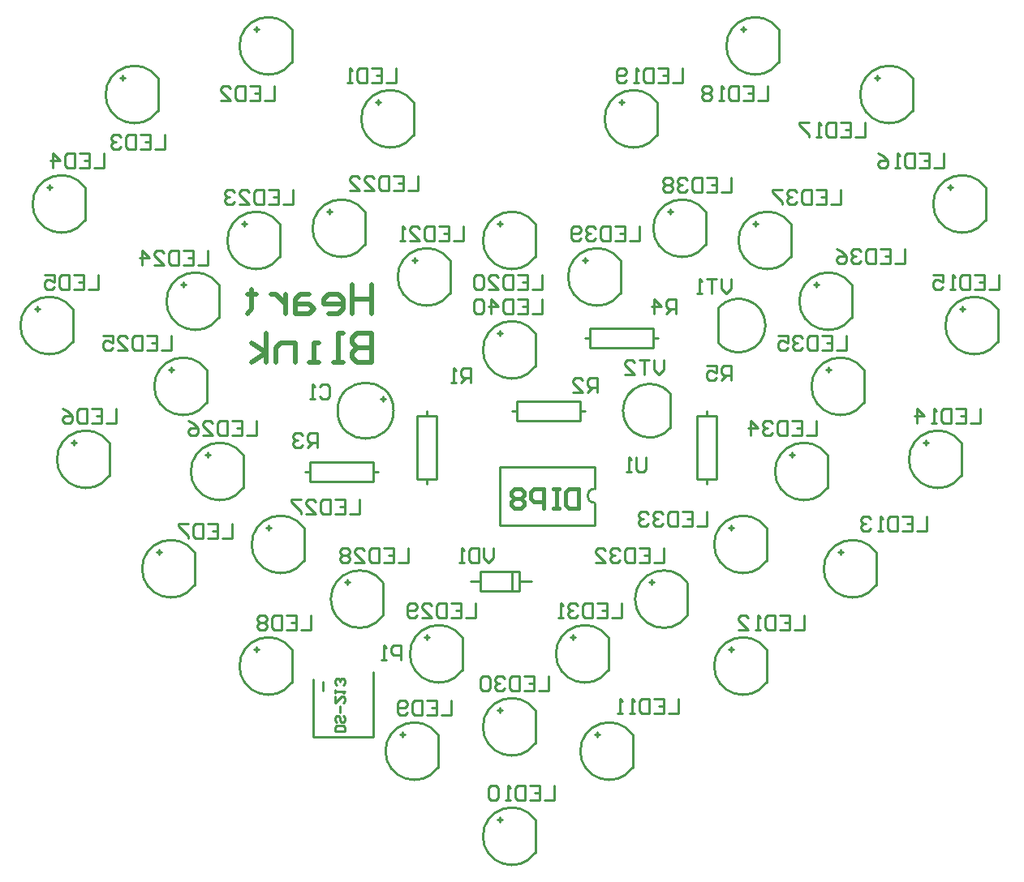
<source format=gbo>
G04*
G04 #@! TF.GenerationSoftware,Altium Limited,Altium Designer,18.1.9 (240)*
G04*
G04 Layer_Color=45748*
%FSLAX24Y24*%
%MOIN*%
G70*
G01*
G75*
%ADD20C,0.0197*%
%ADD29C,0.0100*%
%ADD30C,0.0157*%
D20*
X31250Y32681D02*
Y31500D01*
X30660D01*
X30463Y31697D01*
Y31894D01*
X30660Y32090D01*
X31250D01*
X30660D01*
X30463Y32287D01*
Y32484D01*
X30660Y32681D01*
X31250D01*
X30069Y31500D02*
X29676D01*
X29872D01*
Y32681D01*
X30069D01*
X29085Y31500D02*
X28692D01*
X28889D01*
Y32287D01*
X29085D01*
X28101Y31500D02*
Y32287D01*
X27511D01*
X27314Y32090D01*
Y31500D01*
X26921D02*
Y32681D01*
Y31894D02*
X26330Y32287D01*
X26921Y31894D02*
X26330Y31500D01*
X31250Y34681D02*
Y33500D01*
Y34090D01*
X30463D01*
Y34681D01*
Y33500D01*
X29479D02*
X29872D01*
X30069Y33697D01*
Y34090D01*
X29872Y34287D01*
X29479D01*
X29282Y34090D01*
Y33894D01*
X30069D01*
X28692Y34287D02*
X28298D01*
X28101Y34090D01*
Y33500D01*
X28692D01*
X28889Y33697D01*
X28692Y33894D01*
X28101D01*
X27708Y34287D02*
Y33500D01*
Y33894D01*
X27511Y34090D01*
X27314Y34287D01*
X27117D01*
X26330Y34484D02*
Y34287D01*
X26527D01*
X26134D01*
X26330D01*
Y33697D01*
X26134Y33500D01*
D29*
X27968Y19677D02*
G03*
X27968Y18323I-967J-677D01*
G01*
X41968Y16177D02*
G03*
X41968Y14823I-967J-677D01*
G01*
X23967Y23677D02*
G03*
X23967Y22323I-967J-677D01*
G01*
X55468Y28177D02*
G03*
X55468Y26823I-967J-677D01*
G01*
X37968Y12677D02*
G03*
X37968Y11323I-967J-677D01*
G01*
X20468Y28177D02*
G03*
X20468Y26823I-967J-677D01*
G01*
X51968Y23677D02*
G03*
X51968Y22323I-967J-677D01*
G01*
X33967Y16177D02*
G03*
X33967Y14823I-967J-677D01*
G01*
X18967Y33677D02*
G03*
X18967Y32323I-967J-677D01*
G01*
X50967Y34677D02*
G03*
X50967Y33323I-967J-677D01*
G01*
X31718Y22427D02*
G03*
X31718Y21073I-967J-677D01*
G01*
X41467Y35677D02*
G03*
X41467Y34323I-967J-677D01*
G01*
X40967Y20177D02*
G03*
X40967Y18823I-967J-677D01*
G01*
X28468Y24677D02*
G03*
X28468Y23323I-967J-677D01*
G01*
X27468Y37177D02*
G03*
X27468Y35823I-967J-677D01*
G01*
X44967Y37677D02*
G03*
X44967Y36323I-967J-677D01*
G01*
X37968Y17177D02*
G03*
X37968Y15823I-967J-677D01*
G01*
X30968Y37677D02*
G03*
X30968Y36323I-967J-677D01*
G01*
X48467Y37177D02*
G03*
X48467Y35823I-967J-677D01*
G01*
X34968Y20177D02*
G03*
X34968Y18823I-967J-677D01*
G01*
X34467Y35677D02*
G03*
X34467Y34323I-967J-677D01*
G01*
X47467Y19677D02*
G03*
X47467Y18323I-967J-677D01*
G01*
X19468Y38677D02*
G03*
X19468Y37323I-967J-677D01*
G01*
X22468Y43177D02*
G03*
X22468Y41823I-967J-677D01*
G01*
X27968Y45177D02*
G03*
X27968Y43823I-967J-677D01*
G01*
X42968Y42177D02*
G03*
X42968Y40823I-967J-677D01*
G01*
X47968Y45177D02*
G03*
X47968Y43823I-967J-677D01*
G01*
X53467Y43177D02*
G03*
X53467Y41823I-967J-677D01*
G01*
X56467Y38677D02*
G03*
X56467Y37323I-967J-677D01*
G01*
X37968Y32677D02*
G03*
X37968Y31323I-967J-677D01*
G01*
Y37177D02*
G03*
X37968Y35823I-967J-677D01*
G01*
X43519Y30208D02*
G03*
X43519Y28790I-844J-709D01*
G01*
X45481Y32292D02*
G03*
X45481Y33709I844J709D01*
G01*
X49967Y27677D02*
G03*
X49967Y26323I-967J-677D01*
G01*
X56968Y33677D02*
G03*
X56968Y32323I-967J-677D01*
G01*
X32968Y42177D02*
G03*
X32968Y40823I-967J-677D01*
G01*
X25968Y27677D02*
G03*
X25968Y26323I-967J-677D01*
G01*
X51467Y31177D02*
G03*
X51467Y29823I-967J-677D01*
G01*
X40400Y26283D02*
G03*
X40400Y25717I0J-283D01*
G01*
X44218Y22427D02*
G03*
X44218Y21073I-967J-677D01*
G01*
X47467Y24677D02*
G03*
X47467Y23323I-967J-677D01*
G01*
X32150Y29499D02*
G03*
X32150Y29499I-1150J0D01*
G01*
X24467Y31177D02*
G03*
X24467Y29823I-967J-677D01*
G01*
X24968Y34677D02*
G03*
X24968Y33323I-967J-677D01*
G01*
X26500Y19600D02*
Y19800D01*
X26400Y19700D02*
X26450D01*
X26550D01*
X27968Y18323D02*
Y19677D01*
X26550Y19700D02*
X26600D01*
X40500Y16100D02*
Y16300D01*
X40400Y16200D02*
X40450D01*
X40550D01*
X41968Y14823D02*
Y16177D01*
X40550Y16200D02*
X40600D01*
X22550Y23700D02*
X22600D01*
X23967Y22323D02*
Y23677D01*
X22450Y23700D02*
X22550D01*
X22400D02*
X22450D01*
X22500Y23600D02*
Y23800D01*
X54000Y28100D02*
Y28300D01*
X53900Y28200D02*
X53950D01*
X54050D01*
X55468Y26823D02*
Y28177D01*
X54050Y28200D02*
X54100D01*
X36550Y12700D02*
X36600D01*
X37968Y11323D02*
Y12677D01*
X36450Y12700D02*
X36550D01*
X36400D02*
X36450D01*
X36500Y12600D02*
Y12800D01*
X19000Y28100D02*
Y28300D01*
X18900Y28200D02*
X18950D01*
X19050D01*
X20468Y26823D02*
Y28177D01*
X19050Y28200D02*
X19100D01*
X50550Y23700D02*
X50600D01*
X51968Y22323D02*
Y23677D01*
X50450Y23700D02*
X50550D01*
X50400D02*
X50450D01*
X50500Y23600D02*
Y23800D01*
X32500Y16100D02*
Y16300D01*
X32400Y16200D02*
X32450D01*
X32550D01*
X33967Y14823D02*
Y16177D01*
X32550Y16200D02*
X32600D01*
X17550Y33700D02*
X17600D01*
X18967Y32323D02*
Y33677D01*
X17450Y33700D02*
X17550D01*
X17400D02*
X17450D01*
X17500Y33600D02*
Y33800D01*
X31300Y26598D02*
Y27398D01*
X28700Y26598D02*
Y27398D01*
X29268D01*
X30768D02*
X31300D01*
X28700Y26598D02*
X31300D01*
X29268Y27398D02*
X30768D01*
X28500Y26999D02*
X28700D01*
X31300D02*
X31500D01*
X33100Y26699D02*
X33900D01*
X33100Y29299D02*
X33900D01*
Y28731D02*
Y29299D01*
Y26699D02*
Y27231D01*
X33100Y26699D02*
Y29299D01*
X33900Y27231D02*
Y28731D01*
X33501Y29299D02*
Y29499D01*
Y26499D02*
Y26699D01*
X28856Y16100D02*
X31219D01*
X31317D01*
Y18758D01*
X28856Y16100D02*
Y18463D01*
X29250Y17970D02*
Y18364D01*
X49500Y34600D02*
Y34800D01*
X49400Y34700D02*
X49450D01*
X49550D01*
X50967Y33323D02*
Y34677D01*
X49550Y34700D02*
X49600D01*
X30250Y22350D02*
Y22550D01*
X30150Y22450D02*
X30200D01*
X30300D01*
X31718Y21073D02*
Y22427D01*
X30300Y22450D02*
X30350D01*
X40000Y35600D02*
Y35800D01*
X39900Y35700D02*
X39950D01*
X40050D01*
X41467Y34323D02*
Y35677D01*
X40050Y35700D02*
X40100D01*
X39500Y20100D02*
Y20300D01*
X39400Y20200D02*
X39450D01*
X39550D01*
X40967Y18823D02*
Y20177D01*
X39550Y20200D02*
X39600D01*
X27050Y24700D02*
X27100D01*
X28468Y23323D02*
Y24677D01*
X26950Y24700D02*
X27050D01*
X26900D02*
X26950D01*
X27000Y24600D02*
Y24800D01*
X26000Y37100D02*
Y37300D01*
X25900Y37200D02*
X25950D01*
X26050D01*
X27468Y35823D02*
Y37177D01*
X26050Y37200D02*
X26100D01*
X43550Y37700D02*
X43600D01*
X44967Y36323D02*
Y37677D01*
X43450Y37700D02*
X43550D01*
X43400D02*
X43450D01*
X43500Y37600D02*
Y37800D01*
X36550Y17200D02*
X36600D01*
X37968Y15823D02*
Y17177D01*
X36450Y17200D02*
X36550D01*
X36400D02*
X36450D01*
X36500Y17100D02*
Y17300D01*
X29550Y37700D02*
X29600D01*
X30968Y36323D02*
Y37677D01*
X29450Y37700D02*
X29550D01*
X29400D02*
X29450D01*
X29500Y37600D02*
Y37800D01*
X47000Y37100D02*
Y37300D01*
X46900Y37200D02*
X46950D01*
X47050D01*
X48467Y35823D02*
Y37177D01*
X47050Y37200D02*
X47100D01*
X33500Y20100D02*
Y20300D01*
X33400Y20200D02*
X33450D01*
X33550D01*
X34968Y18823D02*
Y20177D01*
X33550Y20200D02*
X33600D01*
X33000Y35600D02*
Y35800D01*
X32900Y35700D02*
X32950D01*
X33050D01*
X34467Y34323D02*
Y35677D01*
X33050Y35700D02*
X33100D01*
X46050Y19700D02*
X46100D01*
X47467Y18323D02*
Y19677D01*
X45950Y19700D02*
X46050D01*
X45900D02*
X45950D01*
X46000Y19600D02*
Y19800D01*
X18050Y38700D02*
X18100D01*
X19468Y37323D02*
Y38677D01*
X17950Y38700D02*
X18050D01*
X17900D02*
X17950D01*
X18000Y38600D02*
Y38800D01*
X21000Y43100D02*
Y43300D01*
X20900Y43200D02*
X20950D01*
X21050D01*
X22468Y41823D02*
Y43177D01*
X21050Y43200D02*
X21100D01*
X26550Y45200D02*
X26600D01*
X27968Y43823D02*
Y45177D01*
X26450Y45200D02*
X26550D01*
X26400D02*
X26450D01*
X26500Y45100D02*
Y45300D01*
X41500Y42100D02*
Y42300D01*
X41400Y42200D02*
X41450D01*
X41550D01*
X42968Y40823D02*
Y42177D01*
X41550Y42200D02*
X41600D01*
X46550Y45200D02*
X46600D01*
X47968Y43823D02*
Y45177D01*
X46450Y45200D02*
X46550D01*
X46400D02*
X46450D01*
X46500Y45100D02*
Y45300D01*
X37000Y22100D02*
Y22900D01*
X35700D02*
X37300D01*
Y22100D02*
Y22900D01*
X35700Y22100D02*
X37300D01*
X35700D02*
Y22900D01*
X37300Y22500D02*
X37700D01*
X35400D02*
X35700D01*
X37700D02*
X37800D01*
X35300D02*
X35400D01*
X52000Y43100D02*
Y43300D01*
X51900Y43200D02*
X51950D01*
X52050D01*
X53467Y41823D02*
Y43177D01*
X52050Y43200D02*
X52100D01*
X55000Y38600D02*
Y38800D01*
X54900Y38700D02*
X54950D01*
X55050D01*
X56467Y37323D02*
Y38677D01*
X55050Y38700D02*
X55100D01*
X36550Y32700D02*
X36600D01*
X37968Y31323D02*
Y32677D01*
X36450Y32700D02*
X36550D01*
X36400D02*
X36450D01*
X36500Y32600D02*
Y32800D01*
X36550Y37200D02*
X36600D01*
X37968Y35823D02*
Y37177D01*
X36450Y37200D02*
X36550D01*
X36400D02*
X36450D01*
X36500Y37100D02*
Y37300D01*
X37200Y29102D02*
Y29902D01*
X39800Y29102D02*
Y29902D01*
X39232Y29102D02*
X39800D01*
X37200D02*
X37732D01*
X37200Y29902D02*
X39800D01*
X37732Y29102D02*
X39232D01*
X39800Y29501D02*
X40000D01*
X37000D02*
X37200D01*
X43519Y28790D02*
Y30208D01*
X45481Y32292D02*
Y33709D01*
X40200Y32102D02*
Y32902D01*
X42800Y32102D02*
Y32902D01*
X42232Y32102D02*
X42800D01*
X40200D02*
X40732D01*
X40200Y32902D02*
X42800D01*
X40732Y32102D02*
X42232D01*
X42800Y32501D02*
X43000D01*
X40000D02*
X40200D01*
X48500Y27600D02*
Y27800D01*
X48400Y27700D02*
X48450D01*
X48550D01*
X49967Y26323D02*
Y27677D01*
X48550Y27700D02*
X48600D01*
X55550Y33700D02*
X55600D01*
X56968Y32323D02*
Y33677D01*
X55450Y33700D02*
X55550D01*
X55400D02*
X55450D01*
X55500Y33600D02*
Y33800D01*
X31500Y42100D02*
Y42300D01*
X31400Y42200D02*
X31450D01*
X31550D01*
X32968Y40823D02*
Y42177D01*
X31550Y42200D02*
X31600D01*
X24500Y27600D02*
Y27800D01*
X24400Y27700D02*
X24450D01*
X24550D01*
X25968Y26323D02*
Y27677D01*
X24550Y27700D02*
X24600D01*
X50050Y31200D02*
X50100D01*
X51467Y29823D02*
Y31177D01*
X49950Y31200D02*
X50050D01*
X49900D02*
X49950D01*
X50000Y31100D02*
Y31300D01*
X36500Y27200D02*
X40400D01*
X36500Y24800D02*
Y27200D01*
Y24800D02*
X40400D01*
Y25700D01*
Y26300D02*
Y27200D01*
X42800Y22450D02*
X42850D01*
X44218Y21073D02*
Y22427D01*
X42700Y22450D02*
X42800D01*
X42650D02*
X42700D01*
X42750Y22350D02*
Y22550D01*
X46050Y24700D02*
X46100D01*
X47467Y23323D02*
Y24677D01*
X45950Y24700D02*
X46050D01*
X45900D02*
X45950D01*
X46000Y24600D02*
Y24800D01*
X44999Y26500D02*
Y26700D01*
Y29300D02*
Y29500D01*
X45398Y27232D02*
Y28732D01*
X44598Y26700D02*
Y29300D01*
X45398Y26700D02*
Y27232D01*
Y28732D02*
Y29300D01*
X44598D02*
X45398D01*
X44598Y26700D02*
X45398D01*
X31700Y29899D02*
Y30099D01*
X31600Y29999D02*
X31800D01*
X23050Y31200D02*
X23100D01*
X24467Y29823D02*
Y31177D01*
X22950Y31200D02*
X23050D01*
X22900D02*
X22950D01*
X23000Y31100D02*
Y31300D01*
X23550Y34700D02*
X23600D01*
X24968Y33323D02*
Y34677D01*
X23450Y34700D02*
X23550D01*
X23400D02*
X23450D01*
X23500Y34600D02*
Y34800D01*
X30144Y16305D02*
X29750D01*
Y16502D01*
X29816Y16567D01*
X30078D01*
X30144Y16502D01*
Y16305D01*
X30078Y16961D02*
X30144Y16895D01*
Y16764D01*
X30078Y16699D01*
X30012D01*
X29947Y16764D01*
Y16895D01*
X29881Y16961D01*
X29816D01*
X29750Y16895D01*
Y16764D01*
X29816Y16699D01*
X29947Y17092D02*
Y17355D01*
X29750Y17748D02*
Y17486D01*
X30012Y17748D01*
X30078D01*
X30144Y17683D01*
Y17551D01*
X30078Y17486D01*
X29750Y17879D02*
Y18011D01*
Y17945D01*
X30144D01*
X30078Y17879D01*
Y18207D02*
X30144Y18273D01*
Y18404D01*
X30078Y18470D01*
X30012D01*
X29947Y18404D01*
Y18339D01*
Y18404D01*
X29881Y18470D01*
X29816D01*
X29750Y18404D01*
Y18273D01*
X29816Y18207D01*
X43250Y31600D02*
Y31200D01*
X43050Y31000D01*
X42850Y31200D01*
Y31600D01*
X42650D02*
X42250D01*
X42450D01*
Y31000D01*
X41651D02*
X42050D01*
X41651Y31400D01*
Y31500D01*
X41750Y31600D01*
X41950D01*
X42050Y31500D01*
X46000Y34922D02*
Y34522D01*
X45800Y34323D01*
X45600Y34522D01*
Y34922D01*
X45400D02*
X45000D01*
X45200D01*
Y34323D01*
X44800D02*
X44600D01*
X44700D01*
Y34922D01*
X44800Y34822D01*
X36250Y23850D02*
Y23450D01*
X36050Y23250D01*
X35850Y23450D01*
Y23850D01*
X35650D02*
Y23250D01*
X35350D01*
X35250Y23350D01*
Y23750D01*
X35350Y23850D01*
X35650D01*
X35050Y23250D02*
X34850D01*
X34950D01*
Y23850D01*
X35050Y23750D01*
X42500Y27597D02*
Y27098D01*
X42400Y26998D01*
X42200D01*
X42100Y27098D01*
Y27597D01*
X41900Y26998D02*
X41700D01*
X41800D01*
Y27597D01*
X41900Y27497D01*
X46000Y30750D02*
Y31350D01*
X45700D01*
X45600Y31250D01*
Y31050D01*
X45700Y30950D01*
X46000D01*
X45800D02*
X45600Y30750D01*
X45000Y31350D02*
X45400D01*
Y31050D01*
X45200Y31150D01*
X45100D01*
X45000Y31050D01*
Y30850D01*
X45100Y30750D01*
X45300D01*
X45400Y30850D01*
X43750Y33500D02*
Y34100D01*
X43450D01*
X43350Y34000D01*
Y33800D01*
X43450Y33700D01*
X43750D01*
X43550D02*
X43350Y33500D01*
X42850D02*
Y34100D01*
X43150Y33800D01*
X42750D01*
X29000Y28000D02*
Y28600D01*
X28700D01*
X28600Y28500D01*
Y28300D01*
X28700Y28200D01*
X29000D01*
X28800D02*
X28600Y28000D01*
X28400Y28500D02*
X28300Y28600D01*
X28100D01*
X28000Y28500D01*
Y28400D01*
X28100Y28300D01*
X28200D01*
X28100D01*
X28000Y28200D01*
Y28100D01*
X28100Y28000D01*
X28300D01*
X28400Y28100D01*
X40500Y30250D02*
Y30850D01*
X40200D01*
X40100Y30750D01*
Y30550D01*
X40200Y30450D01*
X40500D01*
X40300D02*
X40100Y30250D01*
X39500D02*
X39900D01*
X39500Y30650D01*
Y30750D01*
X39600Y30850D01*
X39800D01*
X39900Y30750D01*
X35300Y30650D02*
Y31250D01*
X35000D01*
X34900Y31150D01*
Y30950D01*
X35000Y30850D01*
X35300D01*
X35100D02*
X34900Y30650D01*
X34700D02*
X34500D01*
X34600D01*
Y31250D01*
X34700Y31150D01*
X32450Y19250D02*
Y19850D01*
X32150D01*
X32050Y19750D01*
Y19550D01*
X32150Y19450D01*
X32450D01*
X31850Y19250D02*
X31650D01*
X31750D01*
Y19850D01*
X31850Y19750D01*
X38250Y34100D02*
Y33500D01*
X37850D01*
X37250Y34100D02*
X37650D01*
Y33500D01*
X37250D01*
X37650Y33800D02*
X37450D01*
X37050Y34100D02*
Y33500D01*
X36750D01*
X36651Y33600D01*
Y34000D01*
X36750Y34100D01*
X37050D01*
X36151Y33500D02*
Y34100D01*
X36451Y33800D01*
X36051D01*
X35851Y34000D02*
X35751Y34100D01*
X35551D01*
X35451Y34000D01*
Y33600D01*
X35551Y33500D01*
X35751D01*
X35851Y33600D01*
Y34000D01*
X53140Y36150D02*
Y35550D01*
X52740D01*
X52140Y36150D02*
X52540D01*
Y35550D01*
X52140D01*
X52540Y35850D02*
X52340D01*
X51940Y36150D02*
Y35550D01*
X51640D01*
X51541Y35650D01*
Y36050D01*
X51640Y36150D01*
X51940D01*
X51341Y36050D02*
X51241Y36150D01*
X51041D01*
X50941Y36050D01*
Y35950D01*
X51041Y35850D01*
X51141D01*
X51041D01*
X50941Y35750D01*
Y35650D01*
X51041Y35550D01*
X51241D01*
X51341Y35650D01*
X50341Y36150D02*
X50541Y36050D01*
X50741Y35850D01*
Y35650D01*
X50641Y35550D01*
X50441D01*
X50341Y35650D01*
Y35750D01*
X50441Y35850D01*
X50741D01*
X43250Y23850D02*
Y23250D01*
X42850D01*
X42250Y23850D02*
X42650D01*
Y23250D01*
X42250D01*
X42650Y23550D02*
X42450D01*
X42050Y23850D02*
Y23250D01*
X41750D01*
X41651Y23350D01*
Y23750D01*
X41750Y23850D01*
X42050D01*
X41451Y23750D02*
X41351Y23850D01*
X41151D01*
X41051Y23750D01*
Y23650D01*
X41151Y23550D01*
X41251D01*
X41151D01*
X41051Y23450D01*
Y23350D01*
X41151Y23250D01*
X41351D01*
X41451Y23350D01*
X40451Y23250D02*
X40851D01*
X40451Y23650D01*
Y23750D01*
X40551Y23850D01*
X40751D01*
X40851Y23750D01*
X32750Y23850D02*
Y23250D01*
X32350D01*
X31750Y23850D02*
X32150D01*
Y23250D01*
X31750D01*
X32150Y23550D02*
X31950D01*
X31550Y23850D02*
Y23250D01*
X31250D01*
X31151Y23350D01*
Y23750D01*
X31250Y23850D01*
X31550D01*
X30551Y23250D02*
X30951D01*
X30551Y23650D01*
Y23750D01*
X30651Y23850D01*
X30851D01*
X30951Y23750D01*
X30351D02*
X30251Y23850D01*
X30051D01*
X29951Y23750D01*
Y23650D01*
X30051Y23550D01*
X29951Y23450D01*
Y23350D01*
X30051Y23250D01*
X30251D01*
X30351Y23350D01*
Y23450D01*
X30251Y23550D01*
X30351Y23650D01*
Y23750D01*
X30251Y23550D02*
X30051D01*
X24500Y36100D02*
Y35500D01*
X24100D01*
X23500Y36100D02*
X23900D01*
Y35500D01*
X23500D01*
X23900Y35800D02*
X23700D01*
X23300Y36100D02*
Y35500D01*
X23000D01*
X22901Y35600D01*
Y36000D01*
X23000Y36100D01*
X23300D01*
X22301Y35500D02*
X22701D01*
X22301Y35900D01*
Y36000D01*
X22401Y36100D01*
X22601D01*
X22701Y36000D01*
X21801Y35500D02*
Y36100D01*
X22101Y35800D01*
X21701D01*
X42250Y37100D02*
Y36500D01*
X41850D01*
X41250Y37100D02*
X41650D01*
Y36500D01*
X41250D01*
X41650Y36800D02*
X41450D01*
X41050Y37100D02*
Y36500D01*
X40750D01*
X40651Y36600D01*
Y37000D01*
X40750Y37100D01*
X41050D01*
X40451Y37000D02*
X40351Y37100D01*
X40151D01*
X40051Y37000D01*
Y36900D01*
X40151Y36800D01*
X40251D01*
X40151D01*
X40051Y36700D01*
Y36600D01*
X40151Y36500D01*
X40351D01*
X40451Y36600D01*
X39851D02*
X39751Y36500D01*
X39551D01*
X39451Y36600D01*
Y37000D01*
X39551Y37100D01*
X39751D01*
X39851Y37000D01*
Y36900D01*
X39751Y36800D01*
X39451D01*
X50750Y32600D02*
Y32000D01*
X50350D01*
X49750Y32600D02*
X50150D01*
Y32000D01*
X49750D01*
X50150Y32300D02*
X49950D01*
X49550Y32600D02*
Y32000D01*
X49250D01*
X49151Y32100D01*
Y32500D01*
X49250Y32600D01*
X49550D01*
X48951Y32500D02*
X48851Y32600D01*
X48651D01*
X48551Y32500D01*
Y32400D01*
X48651Y32300D01*
X48751D01*
X48651D01*
X48551Y32200D01*
Y32100D01*
X48651Y32000D01*
X48851D01*
X48951Y32100D01*
X47951Y32600D02*
X48351D01*
Y32300D01*
X48151Y32400D01*
X48051D01*
X47951Y32300D01*
Y32100D01*
X48051Y32000D01*
X48251D01*
X48351Y32100D01*
X41500Y21600D02*
Y21000D01*
X41100D01*
X40500Y21600D02*
X40900D01*
Y21000D01*
X40500D01*
X40900Y21300D02*
X40700D01*
X40300Y21600D02*
Y21000D01*
X40000D01*
X39901Y21100D01*
Y21500D01*
X40000Y21600D01*
X40300D01*
X39701Y21500D02*
X39601Y21600D01*
X39401D01*
X39301Y21500D01*
Y21400D01*
X39401Y21300D01*
X39501D01*
X39401D01*
X39301Y21200D01*
Y21100D01*
X39401Y21000D01*
X39601D01*
X39701Y21100D01*
X39101Y21000D02*
X38901D01*
X39001D01*
Y21600D01*
X39101Y21500D01*
X30750Y25850D02*
Y25250D01*
X30350D01*
X29750Y25850D02*
X30150D01*
Y25250D01*
X29750D01*
X30150Y25550D02*
X29950D01*
X29550Y25850D02*
Y25250D01*
X29250D01*
X29151Y25350D01*
Y25750D01*
X29250Y25850D01*
X29550D01*
X28551Y25250D02*
X28951D01*
X28551Y25650D01*
Y25750D01*
X28651Y25850D01*
X28851D01*
X28951Y25750D01*
X28351Y25850D02*
X27951D01*
Y25750D01*
X28351Y25350D01*
Y25250D01*
X28000Y38600D02*
Y38000D01*
X27600D01*
X27000Y38600D02*
X27400D01*
Y38000D01*
X27000D01*
X27400Y38300D02*
X27200D01*
X26800Y38600D02*
Y38000D01*
X26500D01*
X26401Y38100D01*
Y38500D01*
X26500Y38600D01*
X26800D01*
X25801Y38000D02*
X26201D01*
X25801Y38400D01*
Y38500D01*
X25901Y38600D01*
X26101D01*
X26201Y38500D01*
X25601D02*
X25501Y38600D01*
X25301D01*
X25201Y38500D01*
Y38400D01*
X25301Y38300D01*
X25401D01*
X25301D01*
X25201Y38200D01*
Y38100D01*
X25301Y38000D01*
X25501D01*
X25601Y38100D01*
X46000Y39100D02*
Y38500D01*
X45600D01*
X45000Y39100D02*
X45400D01*
Y38500D01*
X45000D01*
X45400Y38800D02*
X45200D01*
X44800Y39100D02*
Y38500D01*
X44500D01*
X44401Y38600D01*
Y39000D01*
X44500Y39100D01*
X44800D01*
X44201Y39000D02*
X44101Y39100D01*
X43901D01*
X43801Y39000D01*
Y38900D01*
X43901Y38800D01*
X44001D01*
X43901D01*
X43801Y38700D01*
Y38600D01*
X43901Y38500D01*
X44101D01*
X44201Y38600D01*
X43601Y39000D02*
X43501Y39100D01*
X43301D01*
X43201Y39000D01*
Y38900D01*
X43301Y38800D01*
X43201Y38700D01*
Y38600D01*
X43301Y38500D01*
X43501D01*
X43601Y38600D01*
Y38700D01*
X43501Y38800D01*
X43601Y38900D01*
Y39000D01*
X43501Y38800D02*
X43301D01*
X49500Y29100D02*
Y28500D01*
X49100D01*
X48500Y29100D02*
X48900D01*
Y28500D01*
X48500D01*
X48900Y28800D02*
X48700D01*
X48300Y29100D02*
Y28500D01*
X48000D01*
X47901Y28600D01*
Y29000D01*
X48000Y29100D01*
X48300D01*
X47701Y29000D02*
X47601Y29100D01*
X47401D01*
X47301Y29000D01*
Y28900D01*
X47401Y28800D01*
X47501D01*
X47401D01*
X47301Y28700D01*
Y28600D01*
X47401Y28500D01*
X47601D01*
X47701Y28600D01*
X46801Y28500D02*
Y29100D01*
X47101Y28800D01*
X46701D01*
X38500Y18600D02*
Y18000D01*
X38100D01*
X37500Y18600D02*
X37900D01*
Y18000D01*
X37500D01*
X37900Y18300D02*
X37700D01*
X37300Y18600D02*
Y18000D01*
X37000D01*
X36901Y18100D01*
Y18500D01*
X37000Y18600D01*
X37300D01*
X36701Y18500D02*
X36601Y18600D01*
X36401D01*
X36301Y18500D01*
Y18400D01*
X36401Y18300D01*
X36501D01*
X36401D01*
X36301Y18200D01*
Y18100D01*
X36401Y18000D01*
X36601D01*
X36701Y18100D01*
X36101Y18500D02*
X36001Y18600D01*
X35801D01*
X35701Y18500D01*
Y18100D01*
X35801Y18000D01*
X36001D01*
X36101Y18100D01*
Y18500D01*
X26500Y29100D02*
Y28500D01*
X26100D01*
X25500Y29100D02*
X25900D01*
Y28500D01*
X25500D01*
X25900Y28800D02*
X25700D01*
X25300Y29100D02*
Y28500D01*
X25000D01*
X24901Y28600D01*
Y29000D01*
X25000Y29100D01*
X25300D01*
X24301Y28500D02*
X24701D01*
X24301Y28900D01*
Y29000D01*
X24401Y29100D01*
X24601D01*
X24701Y29000D01*
X23701Y29100D02*
X23901Y29000D01*
X24101Y28800D01*
Y28600D01*
X24001Y28500D01*
X23801D01*
X23701Y28600D01*
Y28700D01*
X23801Y28800D01*
X24101D01*
X33140Y39150D02*
Y38550D01*
X32740D01*
X32140Y39150D02*
X32540D01*
Y38550D01*
X32140D01*
X32540Y38850D02*
X32340D01*
X31940Y39150D02*
Y38550D01*
X31640D01*
X31541Y38650D01*
Y39050D01*
X31640Y39150D01*
X31940D01*
X30941Y38550D02*
X31341D01*
X30941Y38950D01*
Y39050D01*
X31041Y39150D01*
X31241D01*
X31341Y39050D01*
X30341Y38550D02*
X30741D01*
X30341Y38950D01*
Y39050D01*
X30441Y39150D01*
X30641D01*
X30741Y39050D01*
X50500Y38600D02*
Y38000D01*
X50100D01*
X49500Y38600D02*
X49900D01*
Y38000D01*
X49500D01*
X49900Y38300D02*
X49700D01*
X49300Y38600D02*
Y38000D01*
X49000D01*
X48901Y38100D01*
Y38500D01*
X49000Y38600D01*
X49300D01*
X48701Y38500D02*
X48601Y38600D01*
X48401D01*
X48301Y38500D01*
Y38400D01*
X48401Y38300D01*
X48501D01*
X48401D01*
X48301Y38200D01*
Y38100D01*
X48401Y38000D01*
X48601D01*
X48701Y38100D01*
X48101Y38600D02*
X47701D01*
Y38500D01*
X48101Y38100D01*
Y38000D01*
X45000Y25350D02*
Y24750D01*
X44600D01*
X44000Y25350D02*
X44400D01*
Y24750D01*
X44000D01*
X44400Y25050D02*
X44200D01*
X43800Y25350D02*
Y24750D01*
X43500D01*
X43401Y24850D01*
Y25250D01*
X43500Y25350D01*
X43800D01*
X43201Y25250D02*
X43101Y25350D01*
X42901D01*
X42801Y25250D01*
Y25150D01*
X42901Y25050D01*
X43001D01*
X42901D01*
X42801Y24950D01*
Y24850D01*
X42901Y24750D01*
X43101D01*
X43201Y24850D01*
X42601Y25250D02*
X42501Y25350D01*
X42301D01*
X42201Y25250D01*
Y25150D01*
X42301Y25050D01*
X42401D01*
X42301D01*
X42201Y24950D01*
Y24850D01*
X42301Y24750D01*
X42501D01*
X42601Y24850D01*
X35500Y21600D02*
Y21000D01*
X35100D01*
X34500Y21600D02*
X34900D01*
Y21000D01*
X34500D01*
X34900Y21300D02*
X34700D01*
X34300Y21600D02*
Y21000D01*
X34000D01*
X33901Y21100D01*
Y21500D01*
X34000Y21600D01*
X34300D01*
X33301Y21000D02*
X33701D01*
X33301Y21400D01*
Y21500D01*
X33401Y21600D01*
X33601D01*
X33701Y21500D01*
X33101Y21100D02*
X33001Y21000D01*
X32801D01*
X32701Y21100D01*
Y21500D01*
X32801Y21600D01*
X33001D01*
X33101Y21500D01*
Y21400D01*
X33001Y21300D01*
X32701D01*
X23000Y32600D02*
Y32000D01*
X22600D01*
X22000Y32600D02*
X22400D01*
Y32000D01*
X22000D01*
X22400Y32300D02*
X22200D01*
X21800Y32600D02*
Y32000D01*
X21500D01*
X21401Y32100D01*
Y32500D01*
X21500Y32600D01*
X21800D01*
X20801Y32000D02*
X21201D01*
X20801Y32400D01*
Y32500D01*
X20901Y32600D01*
X21101D01*
X21201Y32500D01*
X20201Y32600D02*
X20601D01*
Y32300D01*
X20401Y32400D01*
X20301D01*
X20201Y32300D01*
Y32100D01*
X20301Y32000D01*
X20501D01*
X20601Y32100D01*
X35000Y37100D02*
Y36500D01*
X34600D01*
X34000Y37100D02*
X34400D01*
Y36500D01*
X34000D01*
X34400Y36800D02*
X34200D01*
X33800Y37100D02*
Y36500D01*
X33500D01*
X33401Y36600D01*
Y37000D01*
X33500Y37100D01*
X33800D01*
X32801Y36500D02*
X33201D01*
X32801Y36900D01*
Y37000D01*
X32901Y37100D01*
X33101D01*
X33201Y37000D01*
X32601Y36500D02*
X32401D01*
X32501D01*
Y37100D01*
X32601Y37000D01*
X38250Y35100D02*
Y34500D01*
X37850D01*
X37250Y35100D02*
X37650D01*
Y34500D01*
X37250D01*
X37650Y34800D02*
X37450D01*
X37050Y35100D02*
Y34500D01*
X36750D01*
X36651Y34600D01*
Y35000D01*
X36750Y35100D01*
X37050D01*
X36051Y34500D02*
X36451D01*
X36051Y34900D01*
Y35000D01*
X36151Y35100D01*
X36351D01*
X36451Y35000D01*
X35851D02*
X35751Y35100D01*
X35551D01*
X35451Y35000D01*
Y34600D01*
X35551Y34500D01*
X35751D01*
X35851Y34600D01*
Y35000D01*
X54750Y40100D02*
Y39500D01*
X54350D01*
X53750Y40100D02*
X54150D01*
Y39500D01*
X53750D01*
X54150Y39800D02*
X53950D01*
X53550Y40100D02*
Y39500D01*
X53250D01*
X53151Y39600D01*
Y40000D01*
X53250Y40100D01*
X53550D01*
X52951Y39500D02*
X52751D01*
X52851D01*
Y40100D01*
X52951Y40000D01*
X52051Y40100D02*
X52251Y40000D01*
X52451Y39800D01*
Y39600D01*
X52351Y39500D01*
X52151D01*
X52051Y39600D01*
Y39700D01*
X52151Y39800D01*
X52451D01*
X49000Y21100D02*
Y20500D01*
X48600D01*
X48000Y21100D02*
X48400D01*
Y20500D01*
X48000D01*
X48400Y20800D02*
X48200D01*
X47800Y21100D02*
Y20500D01*
X47500D01*
X47401Y20600D01*
Y21000D01*
X47500Y21100D01*
X47800D01*
X47201Y20500D02*
X47001D01*
X47101D01*
Y21100D01*
X47201Y21000D01*
X46301Y20500D02*
X46701D01*
X46301Y20900D01*
Y21000D01*
X46401Y21100D01*
X46601D01*
X46701Y21000D01*
X28750Y21100D02*
Y20500D01*
X28350D01*
X27750Y21100D02*
X28150D01*
Y20500D01*
X27750D01*
X28150Y20800D02*
X27950D01*
X27550Y21100D02*
Y20500D01*
X27250D01*
X27151Y20600D01*
Y21000D01*
X27250Y21100D01*
X27550D01*
X26951Y21000D02*
X26851Y21100D01*
X26651D01*
X26551Y21000D01*
Y20900D01*
X26651Y20800D01*
X26551Y20700D01*
Y20600D01*
X26651Y20500D01*
X26851D01*
X26951Y20600D01*
Y20700D01*
X26851Y20800D01*
X26951Y20900D01*
Y21000D01*
X26851Y20800D02*
X26651D01*
X20250Y40100D02*
Y39500D01*
X19850D01*
X19250Y40100D02*
X19650D01*
Y39500D01*
X19250D01*
X19650Y39800D02*
X19450D01*
X19050Y40100D02*
Y39500D01*
X18750D01*
X18651Y39600D01*
Y40000D01*
X18750Y40100D01*
X19050D01*
X18151Y39500D02*
Y40100D01*
X18451Y39800D01*
X18051D01*
X44000Y43600D02*
Y43000D01*
X43600D01*
X43000Y43600D02*
X43400D01*
Y43000D01*
X43000D01*
X43400Y43300D02*
X43200D01*
X42800Y43600D02*
Y43000D01*
X42500D01*
X42401Y43100D01*
Y43500D01*
X42500Y43600D01*
X42800D01*
X42201Y43000D02*
X42001D01*
X42101D01*
Y43600D01*
X42201Y43500D01*
X41701Y43100D02*
X41601Y43000D01*
X41401D01*
X41301Y43100D01*
Y43500D01*
X41401Y43600D01*
X41601D01*
X41701Y43500D01*
Y43400D01*
X41601Y43300D01*
X41301D01*
X57000Y35100D02*
Y34500D01*
X56600D01*
X56000Y35100D02*
X56400D01*
Y34500D01*
X56000D01*
X56400Y34800D02*
X56200D01*
X55800Y35100D02*
Y34500D01*
X55500D01*
X55401Y34600D01*
Y35000D01*
X55500Y35100D01*
X55800D01*
X55201Y34500D02*
X55001D01*
X55101D01*
Y35100D01*
X55201Y35000D01*
X54301Y35100D02*
X54701D01*
Y34800D01*
X54501Y34900D01*
X54401D01*
X54301Y34800D01*
Y34600D01*
X54401Y34500D01*
X54601D01*
X54701Y34600D01*
X43850Y17650D02*
Y17050D01*
X43450D01*
X42850Y17650D02*
X43250D01*
Y17050D01*
X42850D01*
X43250Y17350D02*
X43050D01*
X42650Y17650D02*
Y17050D01*
X42350D01*
X42251Y17150D01*
Y17550D01*
X42350Y17650D01*
X42650D01*
X42051Y17050D02*
X41851D01*
X41951D01*
Y17650D01*
X42051Y17550D01*
X41551Y17050D02*
X41351D01*
X41451D01*
Y17650D01*
X41551Y17550D01*
X25500Y24850D02*
Y24250D01*
X25100D01*
X24500Y24850D02*
X24900D01*
Y24250D01*
X24500D01*
X24900Y24550D02*
X24700D01*
X24300Y24850D02*
Y24250D01*
X24000D01*
X23901Y24350D01*
Y24750D01*
X24000Y24850D01*
X24300D01*
X23701D02*
X23301D01*
Y24750D01*
X23701Y24350D01*
Y24250D01*
X22750Y40850D02*
Y40250D01*
X22350D01*
X21750Y40850D02*
X22150D01*
Y40250D01*
X21750D01*
X22150Y40550D02*
X21950D01*
X21550Y40850D02*
Y40250D01*
X21250D01*
X21151Y40350D01*
Y40750D01*
X21250Y40850D01*
X21550D01*
X20951Y40750D02*
X20851Y40850D01*
X20651D01*
X20551Y40750D01*
Y40650D01*
X20651Y40550D01*
X20751D01*
X20651D01*
X20551Y40450D01*
Y40350D01*
X20651Y40250D01*
X20851D01*
X20951Y40350D01*
X47500Y42850D02*
Y42250D01*
X47100D01*
X46500Y42850D02*
X46900D01*
Y42250D01*
X46500D01*
X46900Y42550D02*
X46700D01*
X46300Y42850D02*
Y42250D01*
X46000D01*
X45901Y42350D01*
Y42750D01*
X46000Y42850D01*
X46300D01*
X45701Y42250D02*
X45501D01*
X45601D01*
Y42850D01*
X45701Y42750D01*
X45201D02*
X45101Y42850D01*
X44901D01*
X44801Y42750D01*
Y42650D01*
X44901Y42550D01*
X44801Y42450D01*
Y42350D01*
X44901Y42250D01*
X45101D01*
X45201Y42350D01*
Y42450D01*
X45101Y42550D01*
X45201Y42650D01*
Y42750D01*
X45101Y42550D02*
X44901D01*
X56250Y29600D02*
Y29000D01*
X55850D01*
X55250Y29600D02*
X55650D01*
Y29000D01*
X55250D01*
X55650Y29300D02*
X55450D01*
X55050Y29600D02*
Y29000D01*
X54750D01*
X54651Y29100D01*
Y29500D01*
X54750Y29600D01*
X55050D01*
X54451Y29000D02*
X54251D01*
X54351D01*
Y29600D01*
X54451Y29500D01*
X53651Y29000D02*
Y29600D01*
X53951Y29300D01*
X53551D01*
X38750Y14100D02*
Y13500D01*
X38350D01*
X37750Y14100D02*
X38150D01*
Y13500D01*
X37750D01*
X38150Y13800D02*
X37950D01*
X37550Y14100D02*
Y13500D01*
X37250D01*
X37151Y13600D01*
Y14000D01*
X37250Y14100D01*
X37550D01*
X36951Y13500D02*
X36751D01*
X36851D01*
Y14100D01*
X36951Y14000D01*
X36451D02*
X36351Y14100D01*
X36151D01*
X36051Y14000D01*
Y13600D01*
X36151Y13500D01*
X36351D01*
X36451Y13600D01*
Y14000D01*
X20750Y29600D02*
Y29000D01*
X20350D01*
X19750Y29600D02*
X20150D01*
Y29000D01*
X19750D01*
X20150Y29300D02*
X19950D01*
X19550Y29600D02*
Y29000D01*
X19250D01*
X19151Y29100D01*
Y29500D01*
X19250Y29600D01*
X19550D01*
X18551D02*
X18751Y29500D01*
X18951Y29300D01*
Y29100D01*
X18851Y29000D01*
X18651D01*
X18551Y29100D01*
Y29200D01*
X18651Y29300D01*
X18951D01*
X27250Y42850D02*
Y42250D01*
X26850D01*
X26250Y42850D02*
X26650D01*
Y42250D01*
X26250D01*
X26650Y42550D02*
X26450D01*
X26050Y42850D02*
Y42250D01*
X25750D01*
X25651Y42350D01*
Y42750D01*
X25750Y42850D01*
X26050D01*
X25051Y42250D02*
X25451D01*
X25051Y42650D01*
Y42750D01*
X25151Y42850D01*
X25351D01*
X25451Y42750D01*
X51500Y41350D02*
Y40750D01*
X51100D01*
X50500Y41350D02*
X50900D01*
Y40750D01*
X50500D01*
X50900Y41050D02*
X50700D01*
X50300Y41350D02*
Y40750D01*
X50000D01*
X49901Y40850D01*
Y41250D01*
X50000Y41350D01*
X50300D01*
X49701Y40750D02*
X49501D01*
X49601D01*
Y41350D01*
X49701Y41250D01*
X49201Y41350D02*
X48801D01*
Y41250D01*
X49201Y40850D01*
Y40750D01*
X54040Y25150D02*
Y24550D01*
X53640D01*
X53040Y25150D02*
X53440D01*
Y24550D01*
X53040D01*
X53440Y24850D02*
X53240D01*
X52840Y25150D02*
Y24550D01*
X52540D01*
X52441Y24650D01*
Y25050D01*
X52540Y25150D01*
X52840D01*
X52241Y24550D02*
X52041D01*
X52141D01*
Y25150D01*
X52241Y25050D01*
X51741D02*
X51641Y25150D01*
X51441D01*
X51341Y25050D01*
Y24950D01*
X51441Y24850D01*
X51541D01*
X51441D01*
X51341Y24750D01*
Y24650D01*
X51441Y24550D01*
X51641D01*
X51741Y24650D01*
X34500Y17600D02*
Y17000D01*
X34100D01*
X33500Y17600D02*
X33900D01*
Y17000D01*
X33500D01*
X33900Y17300D02*
X33700D01*
X33300Y17600D02*
Y17000D01*
X33000D01*
X32901Y17100D01*
Y17500D01*
X33000Y17600D01*
X33300D01*
X32701Y17100D02*
X32601Y17000D01*
X32401D01*
X32301Y17100D01*
Y17500D01*
X32401Y17600D01*
X32601D01*
X32701Y17500D01*
Y17400D01*
X32601Y17300D01*
X32301D01*
X20000Y35100D02*
Y34500D01*
X19600D01*
X19000Y35100D02*
X19400D01*
Y34500D01*
X19000D01*
X19400Y34800D02*
X19200D01*
X18800Y35100D02*
Y34500D01*
X18500D01*
X18401Y34600D01*
Y35000D01*
X18500Y35100D01*
X18800D01*
X17801D02*
X18201D01*
Y34800D01*
X18001Y34900D01*
X17901D01*
X17801Y34800D01*
Y34600D01*
X17901Y34500D01*
X18101D01*
X18201Y34600D01*
X32250Y43600D02*
Y43000D01*
X31850D01*
X31250Y43600D02*
X31650D01*
Y43000D01*
X31250D01*
X31650Y43300D02*
X31450D01*
X31050Y43600D02*
Y43000D01*
X30750D01*
X30651Y43100D01*
Y43500D01*
X30750Y43600D01*
X31050D01*
X30451Y43000D02*
X30251D01*
X30351D01*
Y43600D01*
X30451Y43500D01*
X29100Y30500D02*
X29200Y30600D01*
X29400D01*
X29500Y30500D01*
Y30100D01*
X29400Y30000D01*
X29200D01*
X29100Y30100D01*
X28900Y30000D02*
X28700D01*
X28800D01*
Y30600D01*
X28900Y30500D01*
D30*
X39750Y26287D02*
Y25500D01*
X39356D01*
X39225Y25631D01*
Y26156D01*
X39356Y26287D01*
X39750D01*
X38963D02*
X38700D01*
X38832D01*
Y25500D01*
X38963D01*
X38700D01*
X38307D02*
Y26287D01*
X37913D01*
X37782Y26156D01*
Y25894D01*
X37913Y25762D01*
X38307D01*
X37520Y26156D02*
X37389Y26287D01*
X37126D01*
X36995Y26156D01*
Y26025D01*
X37126Y25894D01*
X36995Y25762D01*
Y25631D01*
X37126Y25500D01*
X37389D01*
X37520Y25631D01*
Y25762D01*
X37389Y25894D01*
X37520Y26025D01*
Y26156D01*
X37389Y25894D02*
X37126D01*
M02*

</source>
